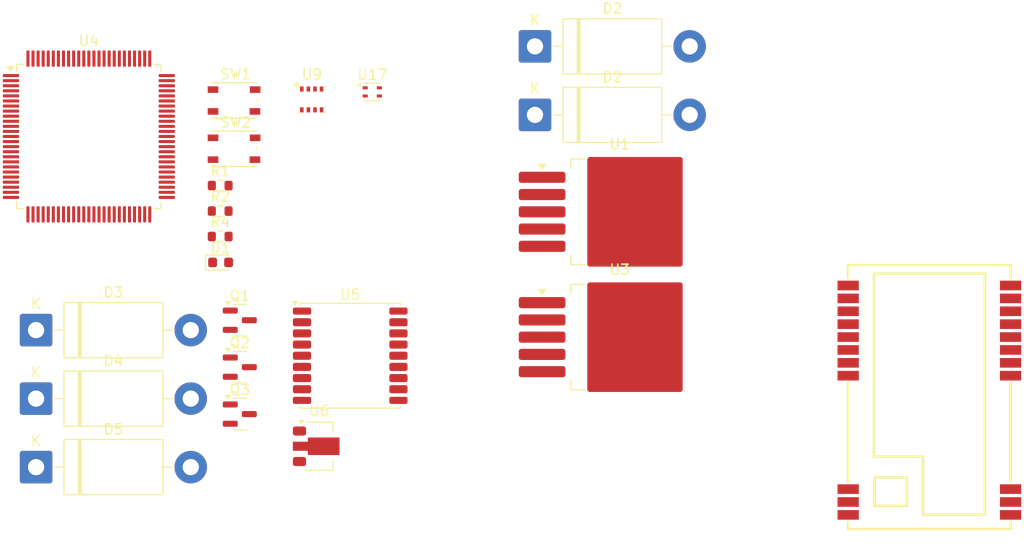
<source format=kicad_pcb>
(kicad_pcb (version 20241229) (generator "pcbnew") (generator_version "9.0")
  (layers (0 "F.Cu" signal) (2 "B.Cu" signal) (13 "F.Paste" user) (15 "B.Paste" user) (5 "F.SilkS" user "F.Silkscreen") (7 "B.SilkS" user "B.Silkscreen") (1 "F.Mask" user) (3 "B.Mask" user) (25 "Edge.Cuts" user))
  (net 0 "")
  (net 1 "GND")
  (net 2 "Net-(D1-K)")
  (net 3 "Net-(D2-K)")
  (net 4 "Net-(U2-GND)")
  (net 5 "+3V3")
  (net 6 "Net-(U2-VIN)")
  (net 7 "/Microcontroller/USER_LED")
  (net 8 "Net-(D3-K)")
  (net 9 "Net-(D3-A)")
  (net 10 "Net-(D4-K)")
  (net 11 "Net-(D5-K)")
  (net 12 "Net-(Q1-G)")
  (net 13 "Net-(J3-Drogue_Main)")
  (net 14 "Net-(Q2-G)")
  (net 15 "Net-(J3-Drogue_Backup)")
  (net 16 "Net-(J3-Main_Parachute)")
  (net 17 "Net-(Q3-G)")
  (net 18 "/Microcontroller/~{RESET}")
  (net 19 "/Microcontroller/USER_BTN")
  (net 20 "Net-(U1-VIN)")
  (net 21 "/Barometer/BMP390 INT3")
  (net 22 "/Barometer/BMP390_CS1")
  (net 23 "/Microcontroller/Servo1_Encoder")
  (net 24 "/IMUs/BNO_RST")
  (net 27 "/Microcontroller/SIMU2 INT")
  (net 29 "/Microcontroller/Servo2_Encoder")
  (net 30 "/Microcontroller/SIMU CLK")
  (net 31 "/Microcontroller/Radio RST")
  (net 32 "/GPS/GPS_SDA")
  (net 33 "/Microcontroller/SIMU3 INT")
  (net 35 "/Barometer/BMP390_CS2")
  (net 37 "/Microcontroller/SIMU CS2")
  (net 38 "/Barometer/BMP390_MOSI")
  (net 39 "/GPS/GPS_RESET")
  (net 40 "/IMUs/BNO_MOSI")
  (net 43 "/Microcontroller/SIMU CS1")
  (net 44 "/Microcontroller/SD_MISO")
  (net 45 "Net-(U4-VDDA)")
  (net 46 "/Barometer/BMP390_CS3")
  (net 47 "/IMUs/BNO_SCK")
  (net 50 "/Microcontroller/Radio AUX")
  (net 51 "/Microcontroller/SIMU MOSI")
  (net 52 "/Microcontroller/DEBUG_JTMS-SWCLK")
  (net 53 "Net-(BZ1-+)")
  (net 56 "/Barometer/BMP390_SCK")
  (net 57 "/Microcontroller/SIMU MISO")
  (net 59 "/Microcontroller/SD MOSI")
  (net 60 "/Microcontroller/Servo2_DOut")
  (net 61 "/Microcontroller/SIMU CS3")
  (net 62 "/Microcontroller/SHT41 SDA")
  (net 63 "/Microcontroller/Main Eject")
  (net 64 "/IMUs/BNO_MISO")
  (net 67 "/GPS/GPS_SCL")
  (net 70 "/Microcontroller/Servo1_DOut")
  (net 71 "/Microcontroller/SHT41 SCL")
  (net 72 "/Microcontroller/Radio TX")
  (net 73 "/Barometer/BMP390_MISO")
  (net 74 "/Microcontroller/SIMU1 INT")
  (net 75 "Net-(C3-Pad1)")
  (net 76 "Net-(U4-VREF+)")
  (net 77 "/Microcontroller/USBC_D+")
  (net 81 "/Microcontroller/SD CS")
  (net 82 "/IMUs/BNO_INT")
  (net 83 "/Microcontroller/SD_CLK")
  (net 84 "Net-(C4-Pad1)")
  (net 85 "/Microcontroller/Drogue Eject Main")
  (net 86 "/Microcontroller/Drogue Eject Backup")
  (net 87 "/Microcontroller/SD_Det")
  (net 90 "/Barometer/BMP390 INT1")
  (net 97 "/Microcontroller/USBC_D-")
  (net 98 "/Microcontroller/Radio RX")
  (net 100 "/IMUs/BNO_CS")
  (net 101 "/Barometer/BMP390 INT2")
  (net 102 "Net-(U4-BOOT0)")
  (net 104 "/Microcontroller/DEBUG_JTMS-SWDIO")
  (net 106 "Net-(U5-SDA)")
  (net 107 "Net-(AE3-A)")
  (net 108 "Net-(U5-SCL)")
  (net 109 "Net-(U5-LNA_EN)")
  (net 116 "Net-(C15-Pad2)")
  (net 117 "Net-(C18-Pad2)")
  (net 118 "Net-(U7-ENV_SCL)")
  (net 120 "Net-(U7-ENV_SDA)")
  (footprint "E22-900T22S:E22-900T22S" (layer "F.Cu") (at 131.31 93.98)
    (property "Reference" "<Designator>?" (hide yes))
    (property "Value" "E22-900T22S")
    (fp_line (start -8 -13.3) (end 8 -13.3) (stroke (width 0.254)) (layer "F.SilkS"))
    (fp_line (start -8 -12.0065) (end -8 -13.3) (stroke (width 0.254)) (layer "F.SilkS"))
    (fp_line (start -8 8.0545) (end -8 -1.7045) (stroke (width 0.254)) (layer "F.SilkS"))
    (fp_line (start -8 12.7) (end -8 12.0065) (stroke (width 0.254)) (layer "F.SilkS"))
    (fp_line (start -5.461 -12.475) (end 5.461 -12.475) (stroke (width 0.254)) (layer "F.SilkS"))
    (fp_line (start -5.461 5.559) (end -5.461 -12.348) (stroke (width 0.254)) (layer "F.SilkS"))
    (fp_line (start -5.3945 7.618) (end -2.2195 7.618) (stroke (width 0.254)) (layer "F.SilkS"))
    (fp_line (start -5.3945 10.412) (end -5.3945 7.618) (stroke (width 0.254)) (layer "F.SilkS"))
    (fp_line (start -2.2195 7.618) (end -2.2195 10.412) (stroke (width 0.254)) (layer "F.SilkS"))
    (fp_line (start -2.2195 10.412) (end -5.3945 10.412) (stroke (width 0.254)) (layer "F.SilkS"))
    (fp_line (start -0.635 5.559) (end -5.461 5.559) (stroke (width 0.254)) (layer "F.SilkS"))
    (fp_line (start -0.635 11.274) (end -0.635 5.559) (stroke (width 0.254)) (layer "F.SilkS"))
    (fp_line (start 5.461 -12.475) (end 5.461 11.274) (stroke (width 0.254)) (layer "F.SilkS"))
    (fp_line (start 5.461 11.274) (end -0.635 11.274) (stroke (width 0.254)) (layer "F.SilkS"))
    (fp_line (start 8 -13.3) (end 8 -12.0065) (stroke (width 0.254)) (layer "F.SilkS"))
    (fp_line (start 8 -1.7045) (end 8 8.0535) (stroke (width 0.254)) (layer "F.SilkS"))
    (fp_line (start 8 12.0055) (end 8 12.7) (stroke (width 0.254)) (layer "F.SilkS"))
    (fp_line (start 8 12.7) (end -8 12.7) (stroke (width 0.254)) (layer "F.SilkS"))
    (pad "1" smd rect (at -8 -11.3005) (size 2.1 0.95) (layers "F.Cu" "F.Mask" "F.Paste"))
    (pad "2" smd rect (at -8 -10.0305) (size 2.1 0.95) (layers "F.Cu" "F.Mask" "F.Paste"))
    (pad "3" smd rect (at -8 -8.7605) (size 2.1 0.95) (layers "F.Cu" "F.Mask" "F.Paste"))
    (pad "4" smd rect (at -8 -7.4905 270) (size 0.95 2.1) (layers "F.Cu" "F.Mask" "F.Paste"))
    (pad "5" smd rect (at -8 -6.2205 270) (size 0.95 2.1) (layers "F.Cu" "F.Mask" "F.Paste"))
    (pad "6" smd rect (at -8 -4.9505 270) (size 0.95 2.1) (layers "F.Cu" "F.Mask" "F.Paste"))
    (pad "7" smd rect (at -8 -3.6805 270) (size 0.95 2.1) (layers "F.Cu" "F.Mask" "F.Paste"))
    (pad "8" smd rect (at -8 -2.4105 270) (size 0.95 2.1) (layers "F.Cu" "F.Mask" "F.Paste"))
    (pad "11" smd rect (at -8 8.7605 270) (size 0.95 2.1) (layers "F.Cu" "F.Mask" "F.Paste"))
    (pad "12" smd rect (at -8 10.0305 270) (size 0.95 2.1) (layers "F.Cu" "F.Mask" "F.Paste"))
    (pad "13" smd rect (at -8 11.3005 270) (size 0.95 2.1) (layers "F.Cu" "F.Mask" "F.Paste"))
    (pad "14" smd rect (at 8 11.2995 270) (size 0.95 2.1) (layers "F.Cu" "F.Mask" "F.Paste"))
    (pad "15" smd rect (at 8 10.0295 270) (size 0.95 2.1) (layers "F.Cu" "F.Mask" "F.Paste"))
    (pad "16" smd rect (at 8 8.7595 270) (size 0.95 2.1) (layers "F.Cu" "F.Mask" "F.Paste"))
    (pad "19" smd rect (at 8 -2.4105 270) (size 0.95 2.1) (layers "F.Cu" "F.Mask" "F.Paste"))
    (pad "20" smd rect (at 8 -3.6805 270) (size 0.95 2.1) (layers "F.Cu" "F.Mask" "F.Paste"))
    (pad "21" smd rect (at 8 -4.9505 270) (size 0.95 2.1) (layers "F.Cu" "F.Mask" "F.Paste"))
    (pad "22" smd rect (at 8 -6.2205 270) (size 0.95 2.1) (layers "F.Cu" "F.Mask" "F.Paste"))
    (pad "23" smd rect (at 8 -7.4905 270) (size 0.95 2.1) (layers "F.Cu" "F.Mask" "F.Paste"))
    (pad "24" smd rect (at 8 -8.7605 270) (size 0.95 2.1) (layers "F.Cu" "F.Mask" "F.Paste"))
    (pad "25" smd rect (at 8 -10.0305 270) (size 0.95 2.1) (layers "F.Cu" "F.Mask" "F.Paste"))
    (pad "26" smd rect (at 8 -11.3005 270) (size 0.95 2.1) (layers "F.Cu" "F.Mask" "F.Paste"))
  )
  (footprint "Package_QFP:LQFP-100_14x14mm_P0.5mm" (layer "F.Cu") (at 48.5 68)
    (property "Reference" "U4" (at 0 -9.43 0) (layer "F.SilkS"))
    (property "Value" "STM32H750VBTx")
    (fp_line (start -7.11 -7.11) (end -7.11 -6.41) (stroke (width 0.12)) (layer "F.SilkS"))
    (fp_line (start -7.11 7.11) (end -7.11 6.41) (stroke (width 0.12)) (layer "F.SilkS"))
    (fp_line (start -6.41 -7.11) (end -7.11 -7.11) (stroke (width 0.12)) (layer "F.SilkS"))
    (fp_line (start -6.41 7.11) (end -7.11 7.11) (stroke (width 0.12)) (layer "F.SilkS"))
    (fp_line (start 6.41 -7.11) (end 7.11 -7.11) (stroke (width 0.12)) (layer "F.SilkS"))
    (fp_line (start 6.41 7.11) (end 7.11 7.11) (stroke (width 0.12)) (layer "F.SilkS"))
    (fp_line (start 7.11 -7.11) (end 7.11 -6.41) (stroke (width 0.12)) (layer "F.SilkS"))
    (fp_line (start 7.11 7.11) (end 7.11 6.41) (stroke (width 0.12)) (layer "F.SilkS"))
    (fp_poly (pts (xy -7.7375 -6.41) (xy -8.0775 -6.88) (xy -7.3975 -6.88)) (stroke (width 0.12)) (fill yes) (layer "F.SilkS"))
    (pad "1" smd roundrect (at -7.675 -6) (size 1.6 0.3) (layers "F.Cu" "F.Mask" "F.Paste") (net 90 "/Barometer/BMP390 INT1"))
    (pad "2" smd roundrect (at -7.675 -5.5) (size 1.6 0.3) (layers "F.Cu" "F.Mask" "F.Paste") (net 101 "/Barometer/BMP390 INT2"))
    (pad "3" smd roundrect (at -7.675 -5) (size 1.6 0.3) (layers "F.Cu" "F.Mask" "F.Paste") (net 21 "/Barometer/BMP390 INT3"))
    (pad "4" smd roundrect (at -7.675 -4.5) (size 1.6 0.3) (layers "F.Cu" "F.Mask" "F.Paste"))
    (pad "5" smd roundrect (at -7.675 -4) (size 1.6 0.3) (layers "F.Cu" "F.Mask" "F.Paste"))
    (pad "6" smd roundrect (at -7.675 -3.5) (size 1.6 0.3) (layers "F.Cu" "F.Mask" "F.Paste") (net 5 "+3V3"))
    (pad "7" smd roundrect (at -7.675 -3) (size 1.6 0.3) (layers "F.Cu" "F.Mask" "F.Paste") (net 53 "Net-(BZ1-+)"))
    (pad "8" smd roundrect (at -7.675 -2.5) (size 1.6 0.3) (layers "F.Cu" "F.Mask" "F.Paste"))
    (pad "9" smd roundrect (at -7.675 -2) (size 1.6 0.3) (layers "F.Cu" "F.Mask" "F.Paste"))
    (pad "10" smd roundrect (at -7.675 -1.5) (size 1.6 0.3) (layers "F.Cu" "F.Mask" "F.Paste") (net 1 "GND"))
    (pad "11" smd roundrect (at -7.675 -1) (size 1.6 0.3) (layers "F.Cu" "F.Mask" "F.Paste") (net 45 "Net-(U4-VDDA)"))
    (pad "12" smd roundrect (at -7.675 -0.5) (size 1.6 0.3) (layers "F.Cu" "F.Mask" "F.Paste"))
    (pad "13" smd roundrect (at -7.675 0) (size 1.6 0.3) (layers "F.Cu" "F.Mask" "F.Paste"))
    (pad "14" smd roundrect (at -7.675 0.5) (size 1.6 0.3) (layers "F.Cu" "F.Mask" "F.Paste") (net 18 "/Microcontroller/~{RESET}"))
    (pad "15" smd roundrect (at -7.675 1) (size 1.6 0.3) (layers "F.Cu" "F.Mask" "F.Paste") (net 85 "/Microcontroller/Drogue Eject Main"))
    (pad "16" smd roundrect (at -7.675 1.5) (size 1.6 0.3) (layers "F.Cu" "F.Mask" "F.Paste") (net 86 "/Microcontroller/Drogue Eject Backup"))
    (pad "17" smd roundrect (at -7.675 2) (size 1.6 0.3) (layers "F.Cu" "F.Mask" "F.Paste") (net 63 "/Microcontroller/Main Eject"))
    (pad "18" smd roundrect (at -7.675 2.5) (size 1.6 0.3) (layers "F.Cu" "F.Mask" "F.Paste"))
    (pad "19" smd roundrect (at -7.675 3) (size 1.6 0.3) (layers "F.Cu" "F.Mask" "F.Paste") (net 1 "GND"))
    (pad "20" smd roundrect (at -7.675 3.5) (size 1.6 0.3) (layers "F.Cu" "F.Mask" "F.Paste") (net 76 "Net-(U4-VREF+)"))
    (pad "21" smd roundrect (at -7.675 4) (size 1.6 0.3) (layers "F.Cu" "F.Mask" "F.Paste") (net 45 "Net-(U4-VDDA)"))
    (pad "22" smd roundrect (at -7.675 4.5) (size 1.6 0.3) (layers "F.Cu" "F.Mask" "F.Paste"))
    (pad "23" smd roundrect (at -7.675 5) (size 1.6 0.3) (layers "F.Cu" "F.Mask" "F.Paste"))
    (pad "24" smd roundrect (at -7.675 5.5) (size 1.6 0.3) (layers "F.Cu" "F.Mask" "F.Paste") (net 39 "/GPS/GPS_RESET"))
    (pad "25" smd roundrect (at -7.675 6) (size 1.6 0.3) (layers "F.Cu" "F.Mask" "F.Paste"))
    (pad "26" smd roundrect (at -6 7.675) (size 0.3 1.6) (layers "F.Cu" "F.Mask" "F.Paste") (net 1 "GND"))
    (pad "27" smd roundrect (at -5.5 7.675) (size 0.3 1.6) (layers "F.Cu" "F.Mask" "F.Paste") (net 45 "Net-(U4-VDDA)"))
    (pad "28" smd roundrect (at -5 7.675) (size 0.3 1.6) (layers "F.Cu" "F.Mask" "F.Paste") (net 81 "/Microcontroller/SD CS"))
    (pad "29" smd roundrect (at -4.5 7.675) (size 0.3 1.6) (layers "F.Cu" "F.Mask" "F.Paste") (net 83 "/Microcontroller/SD_CLK"))
    (pad "30" smd roundrect (at -4 7.675) (size 0.3 1.6) (layers "F.Cu" "F.Mask" "F.Paste"))
    (pad "31" smd roundrect (at -3.5 7.675) (size 0.3 1.6) (layers "F.Cu" "F.Mask" "F.Paste") (net 59 "/Microcontroller/SD MOSI"))
    (pad "32" smd roundrect (at -3 7.675) (size 0.3 1.6) (layers "F.Cu" "F.Mask" "F.Paste"))
    (pad "33" smd roundrect (at -2.5 7.675) (size 0.3 1.6) (layers "F.Cu" "F.Mask" "F.Paste") (net 7 "/Microcontroller/USER_LED"))
    (pad "34" smd roundrect (at -2 7.675) (size 0.3 1.6) (layers "F.Cu" "F.Mask" "F.Paste") (net 19 "/Microcontroller/USER_BTN"))
    (pad "35" smd roundrect (at -1.5 7.675) (size 0.3 1.6) (layers "F.Cu" "F.Mask" "F.Paste") (net 61 "/Microcontroller/SIMU CS3"))
    (pad "36" smd roundrect (at -1 7.675) (size 0.3 1.6) (layers "F.Cu" "F.Mask" "F.Paste") (net 51 "/Microcontroller/SIMU MOSI"))
    (pad "37" smd roundrect (at -0.5 7.675) (size 0.3 1.6) (layers "F.Cu" "F.Mask" "F.Paste") (net 43 "/Microcontroller/SIMU CS1"))
    (pad "38" smd roundrect (at 0 7.675) (size 0.3 1.6) (layers "F.Cu" "F.Mask" "F.Paste") (net 37 "/Microcontroller/SIMU CS2"))
    (pad "39" smd roundrect (at 0.5 7.675) (size 0.3 1.6) (layers "F.Cu" "F.Mask" "F.Paste"))
    (pad "40" smd roundrect (at 1 7.675) (size 0.3 1.6) (layers "F.Cu" "F.Mask" "F.Paste"))
    (pad "41" smd roundrect (at 1.5 7.675) (size 0.3 1.6) (layers "F.Cu" "F.Mask" "F.Paste"))
    (pad "42" smd roundrect (at 2 7.675) (size 0.3 1.6) (layers "F.Cu" "F.Mask" "F.Paste") (net 56 "/Barometer/BMP390_SCK"))
    (pad "43" smd roundrect (at 2.5 7.675) (size 0.3 1.6) (layers "F.Cu" "F.Mask" "F.Paste") (net 73 "/Barometer/BMP390_MISO"))
    (pad "44" smd roundrect (at 3 7.675) (size 0.3 1.6) (layers "F.Cu" "F.Mask" "F.Paste") (net 38 "/Barometer/BMP390_MOSI"))
    (pad "45" smd roundrect (at 3.5 7.675) (size 0.3 1.6) (layers "F.Cu" "F.Mask" "F.Paste"))
    (pad "46" smd roundrect (at 4 7.675) (size 0.3 1.6) (layers "F.Cu" "F.Mask" "F.Paste") (net 71 "/Microcontroller/SHT41 SCL"))
    (pad "47" smd roundrect (at 4.5 7.675) (size 0.3 1.6) (layers "F.Cu" "F.Mask" "F.Paste") (net 62 "/Microcontroller/SHT41 SDA"))
    (pad "48" smd roundrect (at 5 7.675) (size 0.3 1.6) (layers "F.Cu" "F.Mask" "F.Paste") (net 75 "Net-(C3-Pad1)"))
    (pad "49" smd roundrect (at 5.5 7.675) (size 0.3 1.6) (layers "F.Cu" "F.Mask" "F.Paste") (net 1 "GND"))
    (pad "50" smd roundrect (at 6 7.675) (size 0.3 1.6) (layers "F.Cu" "F.Mask" "F.Paste") (net 45 "Net-(U4-VDDA)"))
    (pad "51" smd roundrect (at 7.675 6) (size 1.6 0.3) (layers "F.Cu" "F.Mask" "F.Paste") (net 100 "/IMUs/BNO_CS"))
    (pad "52" smd roundrect (at 7.675 5.5) (size 1.6 0.3) (layers "F.Cu" "F.Mask" "F.Paste") (net 47 "/IMUs/BNO_SCK"))
    (pad "53" smd roundrect (at 7.675 5) (size 1.6 0.3) (layers "F.Cu" "F.Mask" "F.Paste") (net 64 "/IMUs/BNO_MISO"))
    (pad "54" smd roundrect (at 7.675 4.5) (size 1.6 0.3) (layers "F.Cu" "F.Mask" "F.Paste") (net 40 "/IMUs/BNO_MOSI"))
    (pad "55" smd roundrect (at 7.675 4) (size 1.6 0.3) (layers "F.Cu" "F.Mask" "F.Paste") (net 22 "/Barometer/BMP390_CS1"))
    (pad "56" smd roundrect (at 7.675 3.5) (size 1.6 0.3) (layers "F.Cu" "F.Mask" "F.Paste") (net 35 "/Barometer/BMP390_CS2"))
    (pad "57" smd roundrect (at 7.675 3) (size 1.6 0.3) (layers "F.Cu" "F.Mask" "F.Paste") (net 46 "/Barometer/BMP390_CS3"))
    (pad "58" smd roundrect (at 7.675 2.5) (size 1.6 0.3) (layers "F.Cu" "F.Mask" "F.Paste"))
    (pad "59" smd roundrect (at 7.675 2) (size 1.6 0.3) (layers "F.Cu" "F.Mask" "F.Paste") (net 67 "/GPS/GPS_SCL"))
    (pad "60" smd roundrect (at 7.675 1.5) (size 1.6 0.3) (layers "F.Cu" "F.Mask" "F.Paste") (net 32 "/GPS/GPS_SDA"))
    (pad "61" smd roundrect (at 7.675 1) (size 1.6 0.3) (layers "F.Cu" "F.Mask" "F.Paste"))
    (pad "62" smd roundrect (at 7.675 0.5) (size 1.6 0.3) (layers "F.Cu" "F.Mask" "F.Paste"))
    (pad "63" smd roundrect (at 7.675 0) (size 1.6 0.3) (layers "F.Cu" "F.Mask" "F.Paste"))
    (pad "64" smd roundrect (at 7.675 -0.5) (size 1.6 0.3) (layers "F.Cu" "F.Mask" "F.Paste"))
    (pad "65" smd roundrect (at 7.675 -1) (size 1.6 0.3) (layers "F.Cu" "F.Mask" "F.Paste") (net 82 "/IMUs/BNO_INT"))
    (pad "66" smd roundrect (at 7.675 -1.5) (size 1.6 0.3) (layers "F.Cu" "F.Mask" "F.Paste") (net 24 "/IMUs/BNO_RST"))
    (pad "67" smd roundrect (at 7.675 -2) (size 1.6 0.3) (layers "F.Cu" "F.Mask" "F.Paste") (net 33 "/Microcontroller/SIMU3 INT"))
    (pad "68" smd roundrect (at 7.675 -2.5) (size 1.6 0.3) (layers "F.Cu" "F.Mask" "F.Paste") (net 27 "/Microcontroller/SIMU2 INT"))
    (pad "69" smd roundrect (at 7.675 -3) (size 1.6 0.3) (layers "F.Cu" "F.Mask" "F.Paste") (net 74 "/Microcontroller/SIMU1 INT"))
    (pad "70" smd roundrect (at 7.675 -3.5) (size 1.6 0.3) (layers "F.Cu" "F.Mask" "F.Paste") (net 97 "/Microcontroller/USBC_D-"))
    (pad "71" smd roundrect (at 7.675 -4) (size 1.6 0.3) (layers "F.Cu" "F.Mask" "F.Paste") (net 77 "/Microcontroller/USBC_D+"))
    (pad "72" smd roundrect (at 7.675 -4.5) (size 1.6 0.3) (layers "F.Cu" "F.Mask" "F.Paste") (net 104 "/Microcontroller/DEBUG_JTMS-SWDIO"))
    (pad "73" smd roundrect (at 7.675 -5) (size 1.6 0.3) (layers "F.Cu" "F.Mask" "F.Paste") (net 84 "Net-(C4-Pad1)"))
    (pad "74" smd roundrect (at 7.675 -5.5) (size 1.6 0.3) (layers "F.Cu" "F.Mask" "F.Paste") (net 1 "GND"))
    (pad "75" smd roundrect (at 7.675 -6) (size 1.6 0.3) (layers "F.Cu" "F.Mask" "F.Paste") (net 45 "Net-(U4-VDDA)"))
    (pad "76" smd roundrect (at 6 -7.675) (size 0.3 1.6) (layers "F.Cu" "F.Mask" "F.Paste") (net 52 "/Microcontroller/DEBUG_JTMS-SWCLK"))
    (pad "77" smd roundrect (at 5.5 -7.675) (size 0.3 1.6) (layers "F.Cu" "F.Mask" "F.Paste") (net 87 "/Microcontroller/SD_Det"))
    (pad "78" smd roundrect (at 5 -7.675) (size 0.3 1.6) (layers "F.Cu" "F.Mask" "F.Paste") (net 72 "/Microcontroller/Radio TX"))
    (pad "79" smd roundrect (at 4.5 -7.675) (size 0.3 1.6) (layers "F.Cu" "F.Mask" "F.Paste") (net 57 "/Microcontroller/SIMU MISO"))
    (pad "80" smd roundrect (at 4 -7.675) (size 0.3 1.6) (layers "F.Cu" "F.Mask" "F.Paste") (net 50 "/Microcontroller/Radio AUX"))
    (pad "81" smd roundrect (at 3.5 -7.675) (size 0.3 1.6) (layers "F.Cu" "F.Mask" "F.Paste") (net 31 "/Microcontroller/Radio RST"))
    (pad "82" smd roundrect (at 3 -7.675) (size 0.3 1.6) (layers "F.Cu" "F.Mask" "F.Paste") (net 70 "/Microcontroller/Servo1_DOut"))
    (pad "83" smd roundrect (at 2.5 -7.675) (size 0.3 1.6) (layers "F.Cu" "F.Mask" "F.Paste") (net 60 "/Microcontroller/Servo2_DOut"))
    (pad "84" smd roundrect (at 2 -7.675) (size 0.3 1.6) (layers "F.Cu" "F.Mask" "F.Paste") (net 23 "/Microcontroller/Servo1_Encoder"))
    (pad "85" smd roundrect (at 1.5 -7.675) (size 0.3 1.6) (layers "F.Cu" "F.Mask" "F.Paste") (net 29 "/Microcontroller/Servo2_Encoder"))
    (pad "86" smd roundrect (at 1 -7.675) (size 0.3 1.6) (layers "F.Cu" "F.Mask" "F.Paste"))
    (pad "87" smd roundrect (at 0.5 -7.675) (size 0.3 1.6) (layers "F.Cu" "F.Mask" "F.Paste"))
    (pad "88" smd roundrect (at 0 -7.675) (size 0.3 1.6) (layers "F.Cu" "F.Mask" "F.Paste"))
    (pad "89" smd roundrect (at -0.5 -7.675) (size 0.3 1.6) (layers "F.Cu" "F.Mask" "F.Paste") (net 30 "/Microcontroller/SIMU CLK"))
    (pad "90" smd roundrect (at -1 -7.675) (size 0.3 1.6) (layers "F.Cu" "F.Mask" "F.Paste") (net 44 "/Microcontroller/SD_MISO"))
    (pad "91" smd roundrect (at -1.5 -7.675) (size 0.3 1.6) (layers "F.Cu" "F.Mask" "F.Paste"))
    (pad "92" smd roundrect (at -2 -7.675) (size 0.3 1.6) (layers "F.Cu" "F.Mask" "F.Paste"))
    (pad "93" smd roundrect (at -2.5 -7.675) (size 0.3 1.6) (layers "F.Cu" "F.Mask" "F.Paste"))
    (pad "94" smd roundrect (at -3 -7.675) (size 0.3 1.6) (layers "F.Cu" "F.Mask" "F.Paste") (net 102 "Net-(U4-BOOT0)"))
    (pad "95" smd roundrect (at -3.5 -7.675) (size 0.3 1.6) (layers "F.Cu" "F.Mask" "F.Paste") (net 98 "/Microcontroller/Radio RX"))
    (pad "96" smd roundrect (at -4 -7.675) (size 0.3 1.6) (layers "F.Cu" "F.Mask" "F.Paste"))
    (pad "97" smd roundrect (at -4.5 -7.675) (size 0.3 1.6) (layers "F.Cu" "F.Mask" "F.Paste"))
    (pad "98" smd roundrect (at -5 -7.675) (size 0.3 1.6) (layers "F.Cu" "F.Mask" "F.Paste"))
    (pad "99" smd roundrect (at -5.5 -7.675) (size 0.3 1.6) (layers "F.Cu" "F.Mask" "F.Paste") (net 1 "GND"))
    (pad "100" smd roundrect (at -6 -7.675) (size 0.3 1.6) (layers "F.Cu" "F.Mask" "F.Paste") (net 45 "Net-(U4-VDDA)"))
  )
  (footprint "Package_TO_SOT_SMD:SOT-23" (layer "F.Cu") (at 63.37 86.1)
    (property "Reference" "Q1" (at 0 -2.4 0) (layer "F.SilkS"))
    (property "Value" "AO3400A")
    (fp_line (start 0 -1.56) (end -0.65 -1.56) (stroke (width 0.12)) (layer "F.SilkS"))
    (fp_line (start 0 -1.56) (end 0.65 -1.56) (stroke (width 0.12)) (layer "F.SilkS"))
    (fp_line (start 0 1.56) (end -0.65 1.56) (stroke (width 0.12)) (layer "F.SilkS"))
    (fp_line (start 0 1.56) (end 0.65 1.56) (stroke (width 0.12)) (layer "F.SilkS"))
    (fp_poly (pts (xy -1.1625 -1.51) (xy -1.4025 -1.84) (xy -0.9225 -1.84)) (stroke (width 0.12)) (fill yes) (layer "F.SilkS"))
    (pad "1" smd roundrect (at -0.9375 -0.95) (size 1.475 0.6) (layers "F.Cu" "F.Mask" "F.Paste") (net 12 "Net-(Q1-G)"))
    (pad "2" smd roundrect (at -0.9375 0.95) (size 1.475 0.6) (layers "F.Cu" "F.Mask" "F.Paste") (net 13 "Net-(J3-Drogue_Main)"))
    (pad "3" smd roundrect (at 0.9375 0) (size 1.475 0.6) (layers "F.Cu" "F.Mask" "F.Paste") (net 1 "GND"))
  )
  (footprint "Resistor_SMD:R_0603_1608Metric" (layer "F.Cu") (at 61.44 75.345)
    (property "Reference" "R2" (at 0 -1.43 0) (layer "F.SilkS"))
    (property "Value" "100K")
    (fp_line (start -0.237258 -0.5225) (end 0.237258 -0.5225) (stroke (width 0.12)) (layer "F.SilkS"))
    (fp_line (start -0.237258 0.5225) (end 0.237258 0.5225) (stroke (width 0.12)) (layer "F.SilkS"))
    (pad "1" smd roundrect (at -0.825 0) (size 0.8 0.95) (layers "F.Cu" "F.Mask" "F.Paste") (net 5 "+3V3"))
    (pad "2" smd roundrect (at 0.825 0) (size 0.8 0.95) (layers "F.Cu" "F.Mask" "F.Paste") (net 19 "/Microcontroller/USER_BTN"))
  )
  (footprint "Package_TO_SOT_SMD:TO-263-5_TabPin3" (layer "F.Cu") (at 100.805 75.42)
    (property "Reference" "U1" (at 0 -6.65 0) (layer "F.SilkS"))
    (property "Value" "LM2596S-3.3")
    (fp_line (start -4.825 -5.2) (end -4.825 -4.25) (stroke (width 0.12)) (layer "F.SilkS"))
    (fp_line (start -4.825 5.2) (end -4.825 4.25) (stroke (width 0.12)) (layer "F.SilkS"))
    (fp_line (start -3.46 -5.2) (end -4.825 -5.2) (stroke (width 0.12)) (layer "F.SilkS"))
    (fp_line (start -3.46 5.2) (end -4.825 5.2) (stroke (width 0.12)) (layer "F.SilkS"))
    (fp_poly (pts (xy -7.65 -4.21) (xy -7.99 -4.68) (xy -7.31 -4.68)) (stroke (width 0.12)) (fill yes) (layer "F.SilkS"))
    (pad "1" smd roundrect (at -7.65 -3.4) (size 4.6 1.1) (layers "F.Cu" "F.Mask" "F.Paste") (roundrect_rratio 0.227273) (net 20 "Net-(U1-VIN)"))
    (pad "2" smd roundrect (at -7.65 -1.7) (size 4.6 1.1) (layers "F.Cu" "F.Mask" "F.Paste") (roundrect_rratio 0.227273) (net 3 "Net-(D2-K)"))
    (pad "3" smd roundrect (at -7.65 0) (size 4.6 1.1) (layers "F.Cu" "F.Mask" "F.Paste") (roundrect_rratio 0.227273) (net 1 "GND"))
    (pad "3" smd roundrect (at 1.5 0) (size 9.4 10.8) (layers "F.Cu" "F.Mask") (roundrect_rratio 0.026596) (net 1 "GND"))
    (pad "4" smd roundrect (at -7.65 1.7) (size 4.6 1.1) (layers "F.Cu" "F.Mask" "F.Paste") (roundrect_rratio 0.227273) (net 5 "+3V3"))
    (pad "5" smd roundrect (at -7.65 3.4) (size 4.6 1.1) (layers "F.Cu" "F.Mask" "F.Paste") (roundrect_rratio 0.227273) (net 1 "GND"))
  )
  (footprint "Button_Switch_SMD:SW_Push_1P1T_NO_Vertical_Wuerth_434133025816" (layer "F.Cu") (at 62.81 69.205)
    (property "Reference" "SW2" (at 0.15 -2.6 0) (layer "F.SilkS"))
    (property "Value" "USER")
    (fp_line (start -2.2 0.05) (end -2.2 -0.05) (stroke (width 0.12)) (layer "F.SilkS"))
    (fp_line (start -2.2 1.75) (end 2.2 1.75) (stroke (width 0.12)) (layer "F.SilkS"))
    (fp_line (start 2.2 -1.75) (end -2.2 -1.75) (stroke (width 0.12)) (layer "F.SilkS"))
    (fp_line (start 2.2 0.05) (end 2.2 -0.05) (stroke (width 0.12)) (layer "F.SilkS"))
    (pad "1" smd rect (at -2.075 -1.075) (size 1.05 0.65) (layers "F.Cu" "F.Mask" "F.Paste") (net 1 "GND"))
    (pad "1" smd rect (at 2.075 -1.075) (size 1.05 0.65) (layers "F.Cu" "F.Mask" "F.Paste") (net 1 "GND"))
    (pad "2" smd rect (at -2.075 1.075) (size 1.05 0.65) (layers "F.Cu" "F.Mask" "F.Paste") (net 19 "/Microcontroller/USER_BTN"))
    (pad "2" smd rect (at 2.05 1.075) (size 1.05 0.65) (layers "F.Cu" "F.Mask" "F.Paste") (net 19 "/Microcontroller/USER_BTN"))
  )
  (footprint "Package_TO_SOT_SMD:SOT-89-3" (layer "F.Cu") (at 71.2 98.52)
    (property "Reference" "U6" (at 0 -3.5 0) (layer "F.SilkS"))
    (property "Value" "PHA-23LN")
    (fp_line (start -1.22 -2.36) (end 1.36 -2.36) (stroke (width 0.12)) (layer "F.SilkS"))
    (fp_line (start 1.36 -1.38) (end 1.36 -2.36) (stroke (width 0.12)) (layer "F.SilkS"))
    (fp_line (start 1.36 1.38) (end 1.36 2.36) (stroke (width 0.12)) (layer "F.SilkS"))
    (fp_line (start 1.36 2.36) (end -1.36 2.36) (stroke (width 0.12)) (layer "F.SilkS"))
    (fp_poly (pts (xy -1.77 -2.21) (xy -2.01 -2.54) (xy -1.53 -2.54) (xy -1.77 -2.21)) (stroke (width 0.12)) (fill yes) (layer "F.SilkS"))
    (pad "1" smd roundrect (at -1.95 -1.5) (size 1.3 0.9) (layers "F.Cu" "F.Mask" "F.Paste") (net 117 "Net-(C18-Pad2)"))
    (pad "2" smd custom (at -1.8625 0) (size 1.475 0.9) (layers "F.Cu" "F.Mask" "F.Paste") (net 1 "GND") (options (clearance outline) (anchor rect)) (primitives (gr_poly (pts (xy 3.8625 0.8665) (xy 0.7375 0.8665) (xy 0.7375 -0.8665) (xy 3.8625 -0.8665)) (width 0) (fill yes))))
    (pad "3" smd roundrect (at -1.95 1.5) (size 1.3 0.9) (layers "F.Cu" "F.Mask" "F.Paste") (net 116 "Net-(C15-Pad2)"))
  )
  (footprint "Diode_THT:D_DO-201AD_P15.24mm_Horizontal" (layer "F.Cu") (at 92.455 59.12)
    (property "Reference" "D2" (at 7.62 -3.72 0) (layer "F.SilkS"))
    (property "Value" "1N5820")
    (fp_line (start 1.84 0) (end 2.75 0) (stroke (width 0.12)) (layer "F.SilkS"))
    (fp_line (start 4.175 -2.72) (end 4.175 2.72) (stroke (width 0.12)) (layer "F.SilkS"))
    (fp_line (start 4.295 -2.72) (end 4.295 2.72) (stroke (width 0.12)) (layer "F.SilkS"))
    (fp_line (start 4.415 -2.72) (end 4.415 2.72) (stroke (width 0.12)) (layer "F.SilkS"))
    (fp_line (start 13.4 0) (end 12.49 0) (stroke (width 0.12)) (layer "F.SilkS"))
    (fp_rect (start 2.75 -2.72) (end 12.49 2.72) (stroke (width 0.12)) (fill no) (layer "F.SilkS"))
    (fp_text user "K" (at 0 -2.6 0) (layer "F.SilkS"))
    (pad "1" thru_hole roundrect (at 0 0) (size 3.2 3.2) (drill 1.6) (layers "*.Cu" "*.Mask") (roundrect_rratio 0.078125) (net 3 "Net-(D2-K)"))
    (pad "2" thru_hole circle (at 15.24 0) (size 3.2 3.2) (drill 1.6) (layers "*.Cu" "*.Mask") (net 1 "GND"))
  )
  (footprint "Diode_THT:D_DO-201AD_P15.24mm_Horizontal" (layer "F.Cu") (at 92.455 65.87)
    (property "Reference" "D2" (at 7.62 -3.72 0) (layer "F.SilkS"))
    (property "Value" "1N5820")
    (fp_line (start 1.84 0) (end 2.75 0) (stroke (width 0.12)) (layer "F.SilkS"))
    (fp_line (start 4.175 -2.72) (end 4.175 2.72) (stroke (width 0.12)) (layer "F.SilkS"))
    (fp_line (start 4.295 -2.72) (end 4.295 2.72) (stroke (width 0.12)) (layer "F.SilkS"))
    (fp_line (start 4.415 -2.72) (end 4.415 2.72) (stroke (width 0.12)) (layer "F.SilkS"))
    (fp_line (start 13.4 0) (end 12.49 0) (stroke (width 0.12)) (layer "F.SilkS"))
    (fp_rect (start 2.75 -2.72) (end 12.49 2.72) (stroke (width 0.12)) (fill no) (layer "F.SilkS"))
    (fp_text user "K" (at 0 -2.6 0) (layer "F.SilkS"))
    (pad "1" thru_hole roundrect (at 0 0) (size 3.2 3.2) (drill 1.6) (layers "*.Cu" "*.Mask") (roundrect_rratio 0.078125) (net 3 "Net-(D2-K)"))
    (pad "2" thru_hole circle (at 15.24 0) (size 3.2 3.2) (drill 1.6) (layers "*.Cu" "*.Mask") (net 1 "GND"))
  )
  (footprint "Package_TO_SOT_SMD:SOT-23" (layer "F.Cu") (at 63.37 95.35)
    (property "Reference" "Q3" (at 0 -2.4 0) (layer "F.SilkS"))
    (property "Value" "AO3400A")
    (fp_line (start 0 -1.56) (end -0.65 -1.56) (stroke (width 0.12)) (layer "F.SilkS"))
    (fp_line (start 0 -1.56) (end 0.65 -1.56) (stroke (width 0.12)) (layer "F.SilkS"))
    (fp_line (start 0 1.56) (end -0.65 1.56) (stroke (width 0.12)) (layer "F.SilkS"))
    (fp_line (start 0 1.56) (end 0.65 1.56) (stroke (width 0.12)) (layer "F.SilkS"))
    (fp_poly (pts (xy -1.1625 -1.51) (xy -1.4025 -1.84) (xy -0.9225 -1.84)) (stroke (width 0.12)) (fill yes) (layer "F.SilkS"))
    (pad "1" smd roundrect (at -0.9375 -0.95) (size 1.475 0.6) (layers "F.Cu" "F.Mask" "F.Paste") (net 17 "Net-(Q3-G)"))
    (pad "2" smd roundrect (at -0.9375 0.95) (size 1.475 0.6) (layers "F.Cu" "F.Mask" "F.Paste") (net 16 "Net-(J3-Main_Parachute)"))
    (pad "3" smd roundrect (at 0.9375 0) (size 1.475 0.6) (layers "F.Cu" "F.Mask" "F.Paste") (net 1 "GND"))
  )
  (footprint "Diode_THT:D_DO-201AD_P15.24mm_Horizontal" (layer "F.Cu") (at 43.3 93.825)
    (property "Reference" "D4" (at 7.62 -3.72 0) (layer "F.SilkS"))
    (property "Value" "1N5820")
    (fp_line (start 1.84 0) (end 2.75 0) (stroke (width 0.12)) (layer "F.SilkS"))
    (fp_line (start 4.175 -2.72) (end 4.175 2.72) (stroke (width 0.12)) (layer "F.SilkS"))
    (fp_line (start 4.295 -2.72) (end 4.295 2.72) (stroke (width 0.12)) (layer "F.SilkS"))
    (fp_line (start 4.415 -2.72) (end 4.415 2.72) (stroke (width 0.12)) (layer "F.SilkS"))
    (fp_line (start 13.4 0) (end 12.49 0) (stroke (width 0.12)) (layer "F.SilkS"))
    (fp_rect (start 2.75 -2.72) (end 12.49 2.72) (stroke (width 0.12)) (fill no) (layer "F.SilkS"))
    (fp_text user "K" (at 0 -2.6 0) (layer "F.SilkS"))
    (pad "1" thru_hole roundrect (at 0 0) (size 3.2 3.2) (drill 1.6) (layers "*.Cu" "*.Mask") (roundrect_rratio 0.078125) (net 10 "Net-(D4-K)"))
    (pad "2" thru_hole circle (at 15.24 0) (size 3.2 3.2) (drill 1.6) (layers "*.Cu" "*.Mask") (net 9 "Net-(D3-A)"))
  )
  (footprint "Resistor_SMD:R_0603_1608Metric" (layer "F.Cu") (at 61.44 77.855)
    (property "Reference" "R4" (at 0 -1.43 0) (layer "F.SilkS"))
    (property "Value" "634")
    (fp_line (start -0.237258 -0.5225) (end 0.237258 -0.5225) (stroke (width 0.12)) (layer "F.SilkS"))
    (fp_line (start -0.237258 0.5225) (end 0.237258 0.5225) (stroke (width 0.12)) (layer "F.SilkS"))
    (pad "1" smd roundrect (at -0.825 0) (size 0.8 0.95) (layers "F.Cu" "F.Mask" "F.Paste") (net 2 "Net-(D1-K)"))
    (pad "2" smd roundrect (at 0.825 0) (size 0.8 0.95) (layers "F.Cu" "F.Mask" "F.Paste") (net 1 "GND"))
  )
  (footprint "Package_TO_SOT_SMD:TO-263-5_TabPin3" (layer "F.Cu") (at 100.805 87.77)
    (property "Reference" "U3" (at 0 -6.65 0) (layer "F.SilkS"))
    (property "Value" "LM2596S-5")
    (fp_line (start -4.825 -5.2) (end -4.825 -4.25) (stroke (width 0.12)) (layer "F.SilkS"))
    (fp_line (start -4.825 5.2) (end -4.825 4.25) (stroke (width 0.12)) (layer "F.SilkS"))
    (fp_line (start -3.46 -5.2) (end -4.825 -5.2) (stroke (width 0.12)) (layer "F.SilkS"))
    (fp_line (start -3.46 5.2) (end -4.825 5.2) (stroke (width 0.12)) (layer "F.SilkS"))
    (fp_poly (pts (xy -7.65 -4.21) (xy -7.99 -4.68) (xy -7.31 -4.68)) (stroke (width 0.12)) (fill yes) (layer "F.SilkS"))
    (pad "1" smd roundrect (at -7.65 -3.4) (size 4.6 1.1) (layers "F.Cu" "F.Mask" "F.Paste") (roundrect_rratio 0.227273) (net 6 "Net-(U2-VIN)"))
    (pad "2" smd roundrect (at -7.65 -1.7) (size 4.6 1.1) (layers "F.Cu" "F.Mask" "F.Paste") (roundrect_rratio 0.227273) (net 3 "Net-(D2-K)"))
    (pad "3" smd roundrect (at -7.65 0) (size 4.6 1.1) (layers "F.Cu" "F.Mask" "F.Paste") (roundrect_rratio 0.227273) (net 4 "Net-(U2-GND)"))
    (pad "3" smd roundrect (at 1.5 0) (size 9.4 10.8) (layers "F.Cu" "F.Mask") (roundrect_rratio 0.026596) (net 4 "Net-(U2-GND)"))
    (pad "4" smd roundrect (at -7.65 1.7) (size 4.6 1.1) (layers "F.Cu" "F.Mask" "F.Paste") (roundrect_rratio 0.227273) (net 3 "Net-(D2-K)"))
    (pad "5" smd roundrect (at -7.65 3.4) (size 4.6 1.1) (layers "F.Cu" "F.Mask" "F.Paste") (roundrect_rratio 0.227273) (net 4 "Net-(U2-GND)"))
  )
  (footprint "Sensor_Humidity:Sensirion_DFN-4_1.5x1.5mm_P0.8mm_SHT4x_NoCentralPad" (layer "F.Cu") (at 76.425 63.605)
    (property "Reference" "U17" (at 0 -1.7 0) (layer "F.SilkS"))
    (property "Value" "SHT4x")
    (fp_line (start -0.75 -0.86) (end 0.75 -0.86) (stroke (width 0.12)) (layer "F.SilkS"))
    (fp_line (start -0.75 0.86) (end 0.75 0.86) (stroke (width 0.12)) (layer "F.SilkS"))
    (fp_poly (pts (xy -1.2 -0.6) (xy -1.48 -0.6) (xy -1.2 -0.88) (xy -1.2 -0.6)) (stroke (width 0.12)) (fill yes) (layer "F.SilkS"))
    (pad "1" smd rect (at -0.7 -0.4) (size 0.5 0.3) (layers "F.Cu" "F.Mask" "F.Paste") (net 62 "/Microcontroller/SHT41 SDA"))
    (pad "2" smd rect (at -0.7 0.4) (size 0.5 0.3) (layers "F.Cu" "F.Mask" "F.Paste") (net 71 "/Microcontroller/SHT41 SCL"))
    (pad "3" smd rect (at 0.7 0.4) (size 0.5 0.3) (layers "F.Cu" "F.Mask" "F.Paste") (net 5 "+3V3"))
    (pad "4" smd rect (at 0.7 -0.4) (size 0.5 0.3) (layers "F.Cu" "F.Mask" "F.Paste") (net 1 "GND"))
  )
  (footprint "Button_Switch_SMD:SW_Push_1P1T_NO_Vertical_Wuerth_434133025816" (layer "F.Cu") (at 62.81 64.455)
    (property "Reference" "SW1" (at 0.15 -2.6 0) (layer "F.SilkS"))
    (property "Value" "RESET")
    (fp_line (start -2.2 0.05) (end -2.2 -0.05) (stroke (width 0.12)) (layer "F.SilkS"))
    (fp_line (start -2.2 1.75) (end 2.2 1.75) (stroke (width 0.12)) (layer "F.SilkS"))
    (fp_line (start 2.2 -1.75) (end -2.2 -1.75) (stroke (width 0.12)) (layer "F.SilkS"))
    (fp_line (start 2.2 0.05) (end 2.2 -0.05) (stroke (width 0.12)) (layer "F.SilkS"))
    (pad "1" smd rect (at -2.075 -1.075) (size 1.05 0.65) (layers "F.Cu" "F.Mask" "F.Paste") (net 1 "GND"))
    (pad "1" smd rect (at 2.075 -1.075) (size 1.05 0.65) (layers "F.Cu" "F.Mask" "F.Paste") (net 1 "GND"))
    (pad "2" smd rect (at -2.075 1.075) (size 1.05 0.65) (layers "F.Cu" "F.Mask" "F.Paste") (net 18 "/Microcontroller/~{RESET}"))
    (pad "2" smd rect (at 2.05 1.075) (size 1.05 0.65) (layers "F.Cu" "F.Mask" "F.Paste") (net 18 "/Microcontroller/~{RESET}"))
  )
  (footprint "Package_TO_SOT_SMD:SOT-23" (layer "F.Cu") (at 63.37 90.725)
    (property "Reference" "Q2" (at 0 -2.4 0) (layer "F.SilkS"))
    (property "Value" "AO3400A")
    (fp_line (start 0 -1.56) (end -0.65 -1.56) (stroke (width 0.12)) (layer "F.SilkS"))
    (fp_line (start 0 -1.56) (end 0.65 -1.56) (stroke (width 0.12)) (layer "F.SilkS"))
    (fp_line (start 0 1.56) (end -0.65 1.56) (stroke (width 0.12)) (layer "F.SilkS"))
    (fp_line (start 0 1.56) (end 0.65 1.56) (stroke (width 0.12)) (layer "F.SilkS"))
    (fp_poly (pts (xy -1.1625 -1.51) (xy -1.4025 -1.84) (xy -0.9225 -1.84)) (stroke (width 0.12)) (fill yes) (layer "F.SilkS"))
    (pad "1" smd roundrect (at -0.9375 -0.95) (size 1.475 0.6) (layers "F.Cu" "F.Mask" "F.Paste") (net 14 "Net-(Q2-G)"))
    (pad "2" smd roundrect (at -0.9375 0.95) (size 1.475 0.6) (layers "F.Cu" "F.Mask" "F.Paste") (net 15 "Net-(J3-Drogue_Backup)"))
    (pad "3" smd roundrect (at 0.9375 0) (size 1.475 0.6) (layers "F.Cu" "F.Mask" "F.Paste") (net 1 "GND"))
  )
  (footprint "Resistor_SMD:R_0603_1608Metric" (layer "F.Cu") (at 61.44 72.835)
    (property "Reference" "R1" (at 0 -1.43 0) (layer "F.SilkS"))
    (property "Value" "10K")
    (fp_line (start -0.237258 -0.5225) (end 0.237258 -0.5225) (stroke (width 0.12)) (layer "F.SilkS"))
    (fp_line (start -0.237258 0.5225) (end 0.237258 0.5225) (stroke (width 0.12)) (layer "F.SilkS"))
    (pad "1" smd roundrect (at -0.825 0) (size 0.8 0.95) (layers "F.Cu" "F.Mask" "F.Paste") (net 5 "+3V3"))
    (pad "2" smd roundrect (at 0.825 0) (size 0.8 0.95) (layers "F.Cu" "F.Mask" "F.Paste") (net 18 "/Microcontroller/~{RESET}"))
  )
  (footprint "Package_LGA:Bosch_LGA-8_2.5x2.5mm_P0.65mm_ClockwisePinNumbering" (layer "F.Cu") (at 70.455 64.35)
    (property "Reference" "U9" (at 0.015 -2.465 0) (layer "F.SilkS"))
    (property "Value" "BME280")
    (fp_line (start -1.35 1.35) (end -1.35 1.2) (stroke (width 0.1)) (layer "F.SilkS"))
    (fp_line (start -1.35 1.36) (end -1.2 1.36) (stroke (width 0.1)) (layer "F.SilkS"))
    (fp_line (start 1.2 -1.35) (end 1.35 -1.35) (stroke (width 0.1)) (layer "F.SilkS"))
    (fp_line (start 1.35 -1.35) (end 1.35 -1.2) (stroke (width 0.1)) (layer "F.SilkS"))
    (fp_line (start 1.35 1.35) (end 1.2 1.35) (stroke (width 0.1)) (layer "F.SilkS"))
    (fp_line (start 1.35 1.35) (end 1.35 1.2) (stroke (width 0.1)) (layer "F.SilkS"))
    (fp_poly (pts (xy -1.35 -1.35) (xy -1.71 -1.35) (xy -1.35 -1.71) (xy -1.35 -1.35)) (stroke (width 0.12)) (fill yes) (layer "F.SilkS"))
    (pad "1" smd rect (at -0.975 -1.025 90) (size 0.5 0.35) (layers "F.Cu" "F.Mask" "F.Paste") (net 1 "GND"))
    (pad "2" smd rect (at -0.325 -1.025 90) (size 0.5 0.35) (layers "F.Cu" "F.Mask" "F.Paste") (net 5 "+3V3"))
    (pad "3" smd rect (at 0.325 -1.025 90) (size 0.5 0.35) (layers "F.Cu" "F.Mask" "F.Paste") (net 120 "Net-(U7-ENV_SDA)"))
    (pad "4" smd rect (at 0.975 -1.025 90) (size 0.5 0.35) (layers "F.Cu" "F.Mask" "F.Paste") (net 118 "Net-(U7-ENV_SCL)"))
    (pad "5" smd rect (at 0.975 1.025 90) (size 0.5 0.35) (layers "F.Cu" "F.Mask" "F.Paste"))
    (pad "6" smd rect (at 0.325 1.025 90) (size 0.5 0.35) (layers "F.Cu" "F.Mask" "F.Paste") (net 5 "+3V3"))
    (pad "7" smd rect (at -0.325 1.025 90) (size 0.5 0.35) (layers "F.Cu" "F.Mask" "F.Paste") (net 1 "GND"))
    (pad "8" smd rect (at -0.975 1.025 90) (size 0.5 0.35) (layers "F.Cu" "F.Mask" "F.Paste") (net 5 "+3V3"))
  )
  (footprint "Diode_THT:D_DO-201AD_P15.24mm_Horizontal" (layer "F.Cu") (at 43.3 100.575)
    (property "Reference" "D5" (at 7.62 -3.72 0) (layer "F.SilkS"))
    (property "Value" "1N5820")
    (fp_line (start 1.84 0) (end 2.75 0) (stroke (width 0.12)) (layer "F.SilkS"))
    (fp_line (start 4.175 -2.72) (end 4.175 2.72) (stroke (width 0.12)) (layer "F.SilkS"))
    (fp_line (start 4.295 -2.72) (end 4.295 2.72) (stroke (width 0.12)) (layer "F.SilkS"))
    (fp_line (start 4.415 -2.72) (end 4.415 2.72) (stroke (width 0.12)) (layer "F.SilkS"))
    (fp_line (start 13.4 0) (end 12.49 0) (stroke (width 0.12)) (layer "F.SilkS"))
    (fp_rect (start 2.75 -2.72) (end 12.49 2.72) (stroke (width 0.12)) (fill no) (layer "F.SilkS"))
    (fp_text user "K" (at 0 -2.6 0) (layer "F.SilkS"))
    (pad "1" thru_hole roundrect (at 0 0) (size 3.2 3.2) (drill 1.6) (layers "*.Cu" "*.Mask") (roundrect_rratio 0.078125) (net 11 "Net-(D5-K)"))
    (pad "2" thru_hole circle (at 15.24 0) (size 3.2 3.2) (drill 1.6) (layers "*.Cu" "*.Mask") (net 9 "Net-(D3-A)"))
  )
  (footprint "RF_GPS:ublox_MAX" (layer "F.Cu") (at 74.25 89.6)
    (property "Reference" "U5" (at 0 -6 0) (layer "F.SilkS"))
    (property "Value" "MAX-M8Q")
    (fp_line (start -4.96 -5.16) (end -4.96 -5.01) (stroke (width 0.12)) (layer "F.SilkS"))
    (fp_line (start -4.96 -5.16) (end 4.96 -5.16) (stroke (width 0.12)) (layer "F.SilkS"))
    (fp_line (start -4.96 5.01) (end -4.96 5.16) (stroke (width 0.12)) (layer "F.SilkS"))
    (fp_line (start -4.96 5.16) (end 4.96 5.16) (stroke (width 0.12)) (layer "F.SilkS"))
    (fp_line (start 4.96 -5.16) (end 4.96 -5.01) (stroke (width 0.12)) (layer "F.SilkS"))
    (fp_line (start 4.96 5.01) (end 4.96 5.16) (stroke (width 0.12)) (layer "F.SilkS"))
    (fp_poly (pts (xy -5.43 -5.01) (xy -5.67 -5.34) (xy -5.19 -5.34) (xy -5.43 -5.01)) (stroke (width 0.12)) (fill yes) (layer "F.SilkS"))
    (pad "1" smd roundrect (at -4.75 -4.4) (size 1.8 0.7) (layers "F.Cu" "F.Mask" "F.Paste") (net 1 "GND"))
    (pad "2" smd roundrect (at -4.75 -3.3) (size 1.8 0.8) (layers "F.Cu" "F.Mask" "F.Paste"))
    (pad "3" smd roundrect (at -4.75 -2.2) (size 1.8 0.8) (layers "F.Cu" "F.Mask" "F.Paste"))
    (pad "4" smd roundrect (at -4.75 -1.1) (size 1.8 0.8) (layers "F.Cu" "F.Mask" "F.Paste"))
    (pad "5" smd roundrect (at -4.75 0) (size 1.8 0.8) (layers "F.Cu" "F.Mask" "F.Paste"))
    (pad "6" smd roundrect (at -4.75 1.1) (size 1.8 0.8) (layers "F.Cu" "F.Mask" "F.Paste") (net 5 "+3V3"))
    (pad "7" smd roundrect (at -4.75 2.2) (size 1.8 0.8) (layers "F.Cu" "F.Mask" "F.Paste") (net 5 "+3V3"))
    (pad "8" smd roundrect (at -4.75 3.3) (size 1.8 0.8) (layers "F.Cu" "F.Mask" "F.Paste") (net 5 "+3V3"))
    (pad "9" smd roundrect (at -4.75 4.4) (size 1.8 0.7) (layers "F.Cu" "F.Mask" "F.Paste") (net 39 "/GPS/GPS_RESET"))
    (pad "10" smd roundrect (at 4.75 4.4) (size 1.8 0.7) (layers "F.Cu" "F.Mask" "F.Paste") (net 1 "GND"))
    (pad "11" smd roundrect (at 4.75 3.3) (size 1.8 0.8) (layers "F.Cu" "F.Mask" "F.Paste") (net 107 "Net-(AE3-A)"))
    (pad "12" smd roundrect (at 4.75 2.2) (size 1.8 0.8) (layers "F.Cu" "F.Mask" "F.Paste") (net 1 "GND"))
    (pad "13" smd roundrect (at 4.75 1.1) (size 1.8 0.8) (layers "F.Cu" "F.Mask" "F.Paste") (net 109 "Net-(U5-LNA_EN)"))
    (pad "14" smd roundrect (at 4.75 0) (size 1.8 0.8) (layers "F.Cu" "F.Mask" "F.Paste") (net 5 "+3V3"))
    (pad "15" smd roundrect (at 4.75 -1.1) (size 1.8 0.8) (layers "F.Cu" "F.Mask" "F.Paste"))
    (pad "16" smd roundrect (at 4.75 -2.2) (size 1.8 0.8) (layers "F.Cu" "F.Mask" "F.Paste") (net 106 "Net-(U5-SDA)"))
    (pad "17" smd roundrect (at 4.75 -3.3) (size 1.8 0.8) (layers "F.Cu" "F.Mask" "F.Paste") (net 108 "Net-(U5-SCL)"))
    (pad "18" smd roundrect (at 4.75 -4.4) (size 1.8 0.7) (layers "F.Cu" "F.Mask" "F.Paste"))
  )
  (footprint "LED_SMD:LED_0603_1608Metric" (layer "F.Cu") (at 61.48 80.405)
    (property "Reference" "D1" (at 0 -1.43 0) (layer "F.SilkS"))
    (property "Value" "Green 5mA")
    (fp_line (start -1.485 -0.735) (end -1.485 0.735) (stroke (width 0.12)) (layer "F.SilkS"))
    (fp_line (start -1.485 0.735) (end 0.8 0.735) (stroke (width 0.12)) (layer "F.SilkS"))
    (fp_line (start 0.8 -0.735) (end -1.485 -0.735) (stroke (width 0.12)) (layer "F.SilkS"))
    (pad "1" smd roundrect (at -0.7875 0) (size 0.875 0.95) (layers "F.Cu" "F.Mask" "F.Paste") (net 2 "Net-(D1-K)"))
    (pad "2" smd roundrect (at 0.7875 0) (size 0.875 0.95) (layers "F.Cu" "F.Mask" "F.Paste") (net 7 "/Microcontroller/USER_LED"))
  )
  (footprint "Diode_THT:D_DO-201AD_P15.24mm_Horizontal" (layer "F.Cu") (at 43.3 87.075)
    (property "Reference" "D3" (at 7.62 -3.72 0) (layer "F.SilkS"))
    (property "Value" "1N5820")
    (fp_line (start 1.84 0) (end 2.75 0) (stroke (width 0.12)) (layer "F.SilkS"))
    (fp_line (start 4.175 -2.72) (end 4.175 2.72) (stroke (width 0.12)) (layer "F.SilkS"))
    (fp_line (start 4.295 -2.72) (end 4.295 2.72) (stroke (width 0.12)) (layer "F.SilkS"))
    (fp_line (start 4.415 -2.72) (end 4.415 2.72) (stroke (width 0.12)) (layer "F.SilkS"))
    (fp_line (start 13.4 0) (end 12.49 0) (stroke (width 0.12)) (layer "F.SilkS"))
    (fp_rect (start 2.75 -2.72) (end 12.49 2.72) (stroke (width 0.12)) (fill no) (layer "F.SilkS"))
    (fp_text user "K" (at 0 -2.6 0) (layer "F.SilkS"))
    (pad "1" thru_hole roundrect (at 0 0) (size 3.2 3.2) (drill 1.6) (layers "*.Cu" "*.Mask") (roundrect_rratio 0.078125) (net 8 "Net-(D3-K)"))
    (pad "2" thru_hole circle (at 15.24 0) (size 3.2 3.2) (drill 1.6) (layers "*.Cu" "*.Mask") (net 9 "Net-(D3-A)"))
  )
)
</source>
